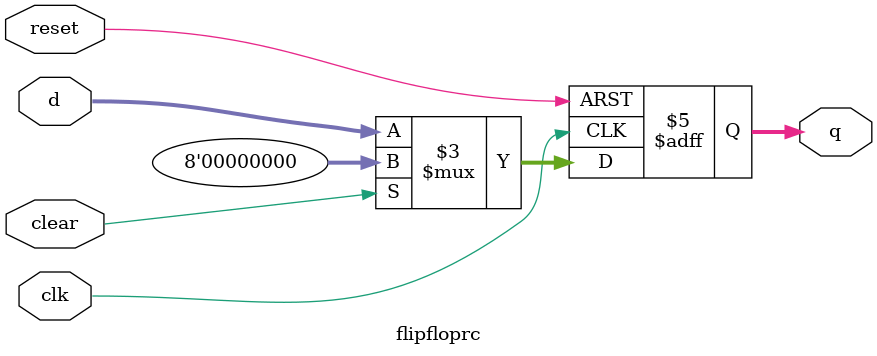
<source format=sv>
module flipfloprc #(parameter WIDTH = 8)
               (input  logic             clk, reset, clear,
                input  logic [WIDTH-1:0] d,
                output logic [WIDTH-1:0] q);

  always_ff @(posedge clk, posedge reset)
    if (reset) q <= 0;
    else
      if (clear) q <= 0;
      else       q <= d;
		
endmodule
</source>
